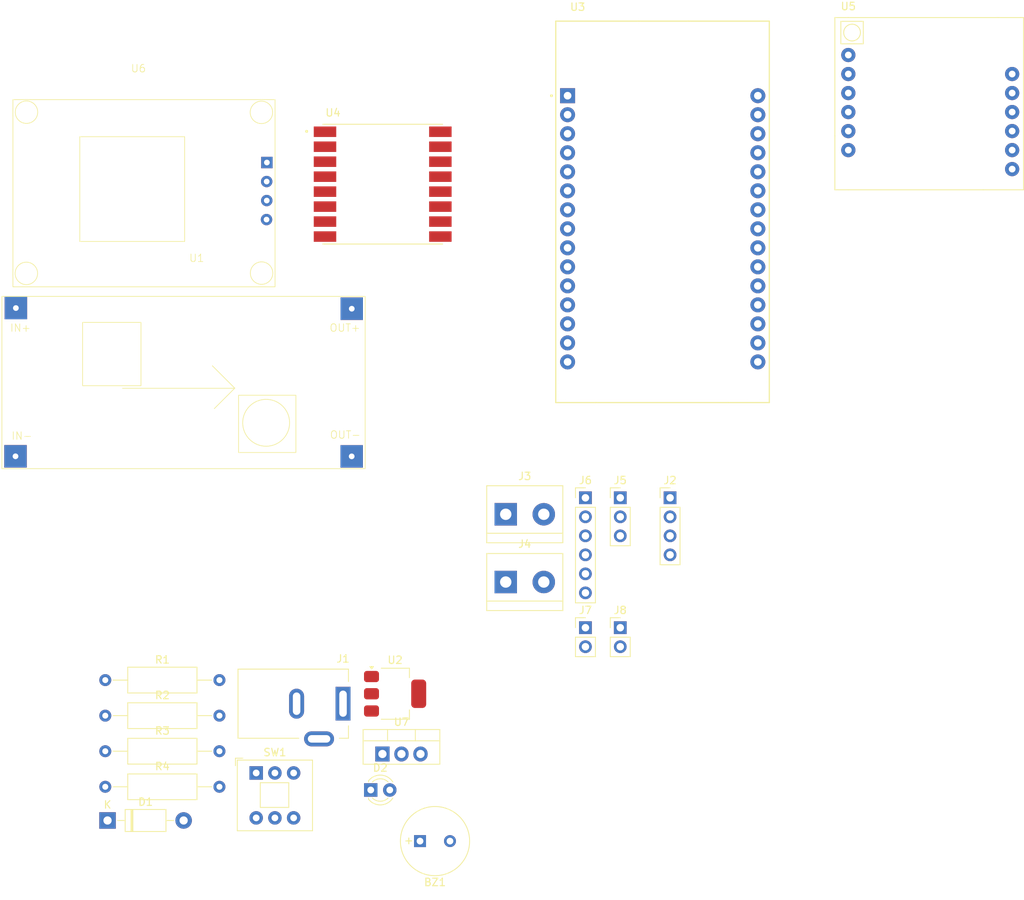
<source format=kicad_pcb>
(kicad_pcb (version 20240108) (generator "pcbnew") (generator_version "8.0")
  (layers (0 "F.Cu" signal) (31 "B.Cu" signal) (34 "B.Paste" user) (35 "F.Paste" user) (36 "B.SilkS" user "B.Silkscreen") (37 "F.SilkS" user "F.Silkscreen") (38 "B.Mask" user) (39 "F.Mask" user) (44 "Edge.Cuts" user))
  (net 0 "")
  (net 1 "GND")
  (net 2 "/GSM-LORA-GPS/BUZZER")
  (net 3 "/power-supply/12V")
  (net 4 "Net-(D1-A)")
  (net 5 "Net-(D2-A)")
  (net 6 "Net-(SW1-A)")
  (net 7 "/Display/SCL")
  (net 8 "/Display/5V")
  (net 9 "/Display/SDA")
  (net 10 "Net-(J3-Pin_1)")
  (net 11 "Net-(J3-Pin_2)")
  (net 12 "Net-(J4-Pin_1)")
  (net 13 "Net-(J4-Pin_2)")
  (net 14 "/motors/6V")
  (net 15 "/motors/5V")
  (net 16 "/motors/IN1")
  (net 17 "/motors/IN3")
  (net 18 "/motors/IN2")
  (net 19 "/motors/ENB")
  (net 20 "/motors/IN4")
  (net 21 "/motors/ENA")
  (net 22 "/power-supply/6V")
  (net 23 "Net-(R2-Pad2)")
  (net 24 "/power-supply/GSM_4V")
  (net 25 "/power-supply/5V")
  (net 26 "/power-supply/3V3")
  (net 27 "/CPU/IN4")
  (net 28 "/CPU/ENA")
  (net 29 "/CPU/IN1")
  (net 30 "/CPU/RST")
  (net 31 "/CPU/IN3")
  (net 32 "/CPU/ENB")
  (net 33 "/CPU/GPS_TX")
  (net 34 "/CPU/GSM_TX")
  (net 35 "/CPU/MISO")
  (net 36 "/CPU/GPS_RX")
  (net 38 "/CPU/3V3")
  (net 42 "/CPU/CS")
  (net 43 "/CPU/DIO0")
  (net 45 "/CPU/MOSI")
  (net 46 "/CPU/SCL")
  (net 48 "/CPU/GSM_RX")
  (net 49 "/CPU/SCK")
  (net 51 "/CPU/IN2")
  (net 53 "/CPU/SDA")
  (net 55 "/GSM-LORA-GPS/3V3")
  (net 56 "/GSM-LORA-GPS/MOSI")
  (net 57 "/GSM-LORA-GPS/DIO0")
  (net 58 "/GSM-LORA-GPS/CS")
  (net 59 "/GSM-LORA-GPS/MISO")
  (net 60 "/GSM-LORA-GPS/SCK")
  (net 61 "/GSM-LORA-GPS/RST")
  (net 70 "/GSM-LORA-GPS/GSM_RX")
  (net 74 "/GSM-LORA-GPS/GSM_4V")
  (net 75 "/GSM-LORA-GPS/GSM_RST")
  (net 76 "/GSM-LORA-GPS/GSM_TX")
  (net 79 "/GSM-LORA-GPS/5V")
  (net 80 "/GSM-LORA-GPS/GPS_RX")
  (net 81 "/GSM-LORA-GPS/GPS_TX")
  (footprint "Connector_PinHeader_2.54mm:PinHeader_1x03_P2.54mm_Vertical" (layer "F.Cu") (at 111.2325 144.395)
    (property "Reference" "J5" (at 0 -2.33 0) (layer "F.SilkS"))
    (property "Value" "DRIVER-POWER")
    (fp_line (start -1.33 -1.33) (end 0 -1.33) (stroke (width 0.12)) (layer "F.SilkS"))
    (fp_line (start -1.33 0) (end -1.33 -1.33) (stroke (width 0.12)) (layer "F.SilkS"))
    (fp_line (start -1.33 1.27) (end -1.33 6.41) (stroke (width 0.12)) (layer "F.SilkS"))
    (fp_line (start -1.33 1.27) (end 1.33 1.27) (stroke (width 0.12)) (layer "F.SilkS"))
    (fp_line (start -1.33 6.41) (end 1.33 6.41) (stroke (width 0.12)) (layer "F.SilkS"))
    (fp_line (start 1.33 1.27) (end 1.33 6.41) (stroke (width 0.12)) (layer "F.SilkS"))
    (pad "1" thru_hole rect (at 0 0) (size 1.7 1.7) (drill 1) (layers "*.Cu" "*.Mask") (net 14 "/motors/6V"))
    (pad "2" thru_hole oval (at 0 2.54) (size 1.7 1.7) (drill 1) (layers "*.Cu" "*.Mask") (net 1 "GND"))
    (pad "3" thru_hole oval (at 0 5.08) (size 1.7 1.7) (drill 1) (layers "*.Cu" "*.Mask") (net 15 "/motors/5V"))
  )
  (footprint "Connector_PinHeader_2.54mm:PinHeader_1x06_P2.54mm_Vertical" (layer "F.Cu") (at 106.5825 144.395)
    (property "Reference" "J6" (at 0 -2.33 0) (layer "F.SilkS"))
    (property "Value" "MOTOR-CONTROL")
    (fp_line (start -1.33 -1.33) (end 0 -1.33) (stroke (width 0.12)) (layer "F.SilkS"))
    (fp_line (start -1.33 0) (end -1.33 -1.33) (stroke (width 0.12)) (layer "F.SilkS"))
    (fp_line (start -1.33 1.27) (end -1.33 14.03) (stroke (width 0.12)) (layer "F.SilkS"))
    (fp_line (start -1.33 1.27) (end 1.33 1.27) (stroke (width 0.12)) (layer "F.SilkS"))
    (fp_line (start -1.33 14.03) (end 1.33 14.03) (stroke (width 0.12)) (layer "F.SilkS"))
    (fp_line (start 1.33 1.27) (end 1.33 14.03) (stroke (width 0.12)) (layer "F.SilkS"))
    (pad "1" thru_hole rect (at 0 0) (size 1.7 1.7) (drill 1) (layers "*.Cu" "*.Mask") (net 21 "/motors/ENA"))
    (pad "2" thru_hole oval (at 0 2.54) (size 1.7 1.7) (drill 1) (layers "*.Cu" "*.Mask") (net 19 "/motors/ENB"))
    (pad "3" thru_hole oval (at 0 5.08) (size 1.7 1.7) (drill 1) (layers "*.Cu" "*.Mask") (net 16 "/motors/IN1"))
    (pad "4" thru_hole oval (at 0 7.62) (size 1.7 1.7) (drill 1) (layers "*.Cu" "*.Mask") (net 18 "/motors/IN2"))
    (pad "5" thru_hole oval (at 0 10.16) (size 1.7 1.7) (drill 1) (layers "*.Cu" "*.Mask") (net 17 "/motors/IN3"))
    (pad "6" thru_hole oval (at 0 12.7) (size 1.7 1.7) (drill 1) (layers "*.Cu" "*.Mask") (net 20 "/motors/IN4"))
  )
  (footprint "RFM95W-915S2:XCVR_RFM95W-915S2" (layer "F.Cu") (at 79.515 102.5)
    (property "Reference" "U4" (at -6.63079 -9.54026 0) (layer "F.SilkS"))
    (property "Value" "~")
    (fp_line (start -8 -8) (end 8 -8) (stroke (width 0.127)) (layer "F.SilkS"))
    (fp_line (start -8 8) (end 8 8) (stroke (width 0.127)) (layer "F.SilkS"))
    (fp_circle (center -10.15 -7.05) (end -10.05 -7.05) (stroke (width 0.2)) (fill none) (layer "F.SilkS"))
    (pad "1" smd rect (at -7.7 -7) (size 3 1.4) (layers "F.Cu" "F.Paste" "F.Mask") (net 1 "GND"))
    (pad "2" smd rect (at -7.7 -5) (size 3 1.4) (layers "F.Cu" "F.Paste" "F.Mask") (net 59 "/GSM-LORA-GPS/MISO"))
    (pad "3" smd rect (at -7.7 -3) (size 3 1.4) (layers "F.Cu" "F.Paste" "F.Mask") (net 56 "/GSM-LORA-GPS/MOSI"))
    (pad "4" smd rect (at -7.7 -1) (size 3 1.4) (layers "F.Cu" "F.Paste" "F.Mask") (net 60 "/GSM-LORA-GPS/SCK"))
    (pad "5" smd rect (at -7.7 1) (size 3 1.4) (layers "F.Cu" "F.Paste" "F.Mask") (net 58 "/GSM-LORA-GPS/CS"))
    (pad "6" smd rect (at -7.7 3) (size 3 1.4) (layers "F.Cu" "F.Paste" "F.Mask") (net 61 "/GSM-LORA-GPS/RST"))
    (pad "7" smd rect (at -7.7 5) (size 3 1.4) (layers "F.Cu" "F.Paste" "F.Mask"))
    (pad "8" smd rect (at -7.7 7) (size 3 1.4) (layers "F.Cu" "F.Paste" "F.Mask") (net 1 "GND"))
    (pad "9" smd rect (at 7.7 7) (size 3 1.4) (layers "F.Cu" "F.Paste" "F.Mask"))
    (pad "10" smd rect (at 7.7 5) (size 3 1.4) (layers "F.Cu" "F.Paste" "F.Mask") (net 1 "GND"))
    (pad "11" smd rect (at 7.7 3) (size 3 1.4) (layers "F.Cu" "F.Paste" "F.Mask"))
    (pad "12" smd rect (at 7.7 1) (size 3 1.4) (layers "F.Cu" "F.Paste" "F.Mask"))
    (pad "13" smd rect (at 7.7 -1) (size 3 1.4) (layers "F.Cu" "F.Paste" "F.Mask") (net 55 "/GSM-LORA-GPS/3V3"))
    (pad "14" smd rect (at 7.7 -3) (size 3 1.4) (layers "F.Cu" "F.Paste" "F.Mask") (net 57 "/GSM-LORA-GPS/DIO0"))
    (pad "15" smd rect (at 7.7 -5) (size 3 1.4) (layers "F.Cu" "F.Paste" "F.Mask"))
    (pad "16" smd rect (at 7.7 -7) (size 3 1.4) (layers "F.Cu" "F.Paste" "F.Mask"))
  )
  (footprint "Connector_PinHeader_2.54mm:PinHeader_1x02_P2.54mm_Vertical" (layer "F.Cu") (at 106.5825 161.745)
    (property "Reference" "J7" (at 0 -2.33 0) (layer "F.SilkS"))
    (property "Value" "MOT_A")
    (fp_line (start -1.33 -1.33) (end 0 -1.33) (stroke (width 0.12)) (layer "F.SilkS"))
    (fp_line (start -1.33 0) (end -1.33 -1.33) (stroke (width 0.12)) (layer "F.SilkS"))
    (fp_line (start -1.33 1.27) (end -1.33 3.87) (stroke (width 0.12)) (layer "F.SilkS"))
    (fp_line (start -1.33 1.27) (end 1.33 1.27) (stroke (width 0.12)) (layer "F.SilkS"))
    (fp_line (start -1.33 3.87) (end 1.33 3.87) (stroke (width 0.12)) (layer "F.SilkS"))
    (fp_line (start 1.33 1.27) (end 1.33 3.87) (stroke (width 0.12)) (layer "F.SilkS"))
    (pad "1" thru_hole rect (at 0 0) (size 1.7 1.7) (drill 1) (layers "*.Cu" "*.Mask") (net 10 "Net-(J3-Pin_1)"))
    (pad "2" thru_hole oval (at 0 2.54) (size 1.7 1.7) (drill 1) (layers "*.Cu" "*.Mask") (net 11 "Net-(J3-Pin_2)"))
  )
  (footprint "Diode_THT:D_DO-41_SOD81_P10.16mm_Horizontal" (layer "F.Cu") (at 42.7825 187.495)
    (property "Reference" "D1" (at 5.08 -2.47 0) (layer "F.SilkS"))
    (property "Value" "1N4001")
    (fp_line (start 1.34 0) (end 2.36 0) (stroke (width 0.12)) (layer "F.SilkS"))
    (fp_line (start 2.36 -1.47) (end 2.36 1.47) (stroke (width 0.12)) (layer "F.SilkS"))
    (fp_line (start 2.36 1.47) (end 7.8 1.47) (stroke (width 0.12)) (layer "F.SilkS"))
    (fp_line (start 3.14 -1.47) (end 3.14 1.47) (stroke (width 0.12)) (layer "F.SilkS"))
    (fp_line (start 3.26 -1.47) (end 3.26 1.47) (stroke (width 0.12)) (layer "F.SilkS"))
    (fp_line (start 3.38 -1.47) (end 3.38 1.47) (stroke (width 0.12)) (layer "F.SilkS"))
    (fp_line (start 7.8 -1.47) (end 2.36 -1.47) (stroke (width 0.12)) (layer "F.SilkS"))
    (fp_line (start 7.8 1.47) (end 7.8 -1.47) (stroke (width 0.12)) (layer "F.SilkS"))
    (fp_line (start 8.82 0) (end 7.8 0) (stroke (width 0.12)) (layer "F.SilkS"))
    (fp_text user "K" (at 0 -2.1 0) (layer "F.SilkS"))
    (pad "1" thru_hole rect (at 0 0) (size 2.2 2.2) (drill 1.1) (layers "*.Cu" "*.Mask") (net 3 "/power-supply/12V"))
    (pad "2" thru_hole oval (at 10.16 0) (size 2.2 2.2) (drill 1.1) (layers "*.Cu" "*.Mask") (net 4 "Net-(D1-A)"))
  )
  (footprint "LED_THT:LED_D3.0mm" (layer "F.Cu") (at 77.9225 183.425)
    (property "Reference" "D2" (at 1.27 -2.96 0) (layer "F.SilkS"))
    (property "Value" "LED")
    (fp_line (start -0.29 -1.236) (end -0.29 -1.08) (stroke (width 0.12)) (layer "F.SilkS"))
    (fp_line (start -0.29 1.08) (end -0.29 1.236) (stroke (width 0.12)) (layer "F.SilkS"))
    (fp_arc (start -0.29 -1.235516) (mid 1.366487 -1.987659) (end 2.942335 -1.078608) (stroke (width 0.12)) (layer "F.SilkS"))
    (fp_arc (start 0.229039 -1.08) (mid 1.270117 -1.5) (end 2.31113 -1.079837) (stroke (width 0.12)) (layer "F.SilkS"))
    (fp_arc (start 2.31113 1.079837) (mid 1.270117 1.5) (end 0.229039 1.08) (stroke (width 0.12)) (layer "F.SilkS"))
    (fp_arc (start 2.942335 1.078608) (mid 1.366487 1.987659) (end -0.29 1.235516) (stroke (width 0.12)) (layer "F.SilkS"))
    (pad "1" thru_hole rect (at 0 0) (size 1.8 1.8) (drill 0.9) (layers "*.Cu" "*.Mask") (net 1 "GND"))
    (pad "2" thru_hole circle (at 2.54 0) (size 1.8 1.8) (drill 0.9) (layers "*.Cu" "*.Mask") (net 5 "Net-(D2-A)"))
  )
  (footprint "Package_TO_SOT_THT:TO-220-3_Vertical" (layer "F.Cu") (at 79.4825 178.615)
    (property "Reference" "U7" (at 2.54 -4.27 0) (layer "F.SilkS"))
    (property "Value" "LM7805_TO220")
    (fp_line (start -2.58 -3.27) (end -2.58 1.371) (stroke (width 0.12)) (layer "F.SilkS"))
    (fp_line (start -2.58 -3.27) (end 7.66 -3.27) (stroke (width 0.12)) (layer "F.SilkS"))
    (fp_line (start -2.58 -1.76) (end 7.66 -1.76) (stroke (width 0.12)) (layer "F.SilkS"))
    (fp_line (start -2.58 1.371) (end 7.66 1.371) (stroke (width 0.12)) (layer "F.SilkS"))
    (fp_line (start 0.69 -3.27) (end 0.69 -1.76) (stroke (width 0.12)) (layer "F.SilkS"))
    (fp_line (start 4.391 -3.27) (end 4.391 -1.76) (stroke (width 0.12)) (layer "F.SilkS"))
    (fp_line (start 7.66 -3.27) (end 7.66 1.371) (stroke (width 0.12)) (layer "F.SilkS"))
    (pad "1" thru_hole rect (at 0 0) (size 1.905 2) (drill 1.1) (layers "*.Cu" "*.Mask") (net 3 "/power-supply/12V"))
    (pad "2" thru_hole oval (at 2.54 0) (size 1.905 2) (drill 1.1) (layers "*.Cu" "*.Mask") (net 1 "GND"))
    (pad "3" thru_hole oval (at 5.08 0) (size 1.905 2) (drill 1.1) (layers "*.Cu" "*.Mask") (net 25 "/power-supply/5V"))
  )
  (footprint "Resistor_THT:R_Axial_DIN0309_L9.0mm_D3.2mm_P15.24mm_Horizontal" (layer "F.Cu") (at 42.4825 168.745)
    (property "Reference" "R1" (at 7.62 -2.72 0) (layer "F.SilkS"))
    (property "Value" "500R")
    (fp_line (start 1.04 0) (end 3 0) (stroke (width 0.12)) (layer "F.SilkS"))
    (fp_line (start 3 -1.72) (end 3 1.72) (stroke (width 0.12)) (layer "F.SilkS"))
    (fp_line (start 3 1.72) (end 12.24 1.72) (stroke (width 0.12)) (layer "F.SilkS"))
    (fp_line (start 12.24 -1.72) (end 3 -1.72) (stroke (width 0.12)) (layer "F.SilkS"))
    (fp_line (start 12.24 1.72) (end 12.24 -1.72) (stroke (width 0.12)) (layer "F.SilkS"))
    (fp_line (start 14.2 0) (end 12.24 0) (stroke (width 0.12)) (layer "F.SilkS"))
    (pad "1" thru_hole circle (at 0 0) (size 1.6 1.6) (drill 0.8) (layers "*.Cu" "*.Mask") (net 3 "/power-supply/12V"))
    (pad "2" thru_hole oval (at 15.24 0) (size 1.6 1.6) (drill 0.8) (layers "*.Cu" "*.Mask") (net 5 "Net-(D2-A)"))
  )
  (footprint "Connector_BarrelJack:BarrelJack_Kycon_KLDX-0202-xC_Horizontal" (layer "F.Cu") (at 74.2225 171.895)
    (property "Reference" "J1" (at 0 -6 0) (layer "F.SilkS"))
    (property "Value" "12V DC")
    (fp_line (start -14.02 -4.62) (end -14.02 4.62) (stroke (width 0.12)) (layer "F.SilkS"))
    (fp_line (start -14.02 4.62) (end -5.9 4.62) (stroke (width 0.12)) (layer "F.SilkS"))
    (fp_line (start -0.5 4.62) (end 0.72 4.62) (stroke (width 0.12)) (layer "F.SilkS"))
    (fp_line (start 0.72 -4.62) (end -14.02 -4.62) (stroke (width 0.12)) (layer "F.SilkS"))
    (fp_line (start 0.72 -2.95) (end 0.72 -4.62) (stroke (width 0.12)) (layer "F.SilkS"))
    (fp_line (start 0.72 4.62) (end 0.72 2.95) (stroke (width 0.12)) (layer "F.SilkS"))
    (pad "1" thru_hole rect (at 0 0) (size 2 4.5) (drill oval 1 3.5) (layers "*.Cu" "*.Mask") (net 6 "Net-(SW1-A)"))
    (pad "2" thru_hole oval (at -6.2 0) (size 2 4) (drill oval 1 3) (layers "*.Cu" "*.Mask") (net 1 "GND"))
    (pad "3" thru_hole oval (at -3.2 4.7 90) (size 2 4) (drill oval 1 3) (layers "*.Cu" "*.Mask"))
  )
  (footprint "Package_TO_SOT_SMD:SOT-223-3_TabPin2" (layer "F.Cu") (at 81.1725 170.57)
    (property "Reference" "U2" (at 0 -4.5 0) (layer "F.SilkS"))
    (property "Value" "AMS1117-3.3")
    (fp_line (start -1.85 -3.41) (end 1.91 -3.41) (stroke (width 0.12)) (layer "F.SilkS"))
    (fp_line (start -1.85 3.41) (end 1.91 3.41) (stroke (width 0.12)) (layer "F.SilkS"))
    (fp_line (start 1.91 -3.41) (end 1.91 -2.15) (stroke (width 0.12)) (layer "F.SilkS"))
    (fp_line (start 1.91 3.41) (end 1.91 2.15) (stroke (width 0.12)) (layer "F.SilkS"))
    (fp_poly (pts (xy -3.13 -3.31) (xy -3.37 -3.64) (xy -2.89 -3.64) (xy -3.13 -3.31)) (stroke (width 0.12)) (fill solid) (layer "F.SilkS"))
    (pad "1" smd roundrect (at -3.15 -2.3) (size 2 1.5) (layers "F.Cu" "F.Paste" "F.Mask") (net 1 "GND"))
    (pad "2" smd roundrect (at -3.15 0) (size 2 1.5) (layers "F.Cu" "F.Paste" "F.Mask") (net 26 "/power-supply/3V3"))
    (pad "2" smd roundrect (at 3.15 0) (size 2 3.8) (layers "F.Cu" "F.Paste" "F.Mask") (net 26 "/power-supply/3V3"))
    (pad "3" smd roundrect (at -3.15 2.3) (size 2 1.5) (layers "F.Cu" "F.Paste" "F.Mask") (net 25 "/power-supply/5V"))
  )
  (footprint "Buzzer_Beeper:MagneticBuzzer_PUI_AT-0927-TT-6-R" (layer "F.Cu") (at 84.5 190.25)
    (property "Reference" "BZ1" (at 2 5.5 0) (layer "F.SilkS"))
    (property "Value" "Buzzer")
    (fp_circle (center 2 0) (end 6.62 0) (stroke (width 0.12)) (fill none) (layer "F.SilkS"))
    (fp_text user "+" (at -1.5 -0.1 0) (layer "F.SilkS"))
    (pad "1" thru_hole rect (at 0 0) (size 1.6 1.6) (drill 0.9) (layers "*.Cu" "*.Mask") (net 2 "/GSM-LORA-GPS/BUZZER"))
    (pad "2" thru_hole circle (at 4 0) (size 1.6 1.6) (drill 0.9) (layers "*.Cu" "*.Mask") (net 1 "GND"))
  )
  (footprint "TerminalBlock:TerminalBlock_bornier-2_P5.08mm" (layer "F.Cu") (at 95.9425 155.645)
    (property "Reference" "J4" (at 2.54 -5.08 0) (layer "F.SilkS"))
    (property "Value" "MOTORB")
    (fp_line (start -2.54 -3.81) (end -2.54 3.81) (stroke (width 0.12)) (layer "F.SilkS"))
    (fp_line (start -2.54 3.81) (end 7.62 3.81) (stroke (width 0.12)) (layer "F.SilkS"))
    (fp_line (start 7.62 -3.81) (end -2.54 -3.81) (stroke (width 0.12)) (layer "F.SilkS"))
    (fp_line (start 7.62 2.54) (end -2.54 2.54) (stroke (width 0.12)) (layer "F.SilkS"))
    (fp_line (start 7.62 3.81) (end 7.62 -3.81) (stroke (width 0.12)) (layer "F.SilkS"))
    (pad "1" thru_hole rect (at 0 0) (size 3 3) (drill 1.52) (layers "*.Cu" "*.Mask") (net 12 "Net-(J4-Pin_1)"))
    (pad "2" thru_hole circle (at 5.08 0) (size 3 3) (drill 1.52) (layers "*.Cu" "*.Mask") (net 13 "Net-(J4-Pin_2)"))
  )
  (footprint "my-modules:LM2596-BUCK-CONVERTER" (layer "F.Cu") (at 28.6775 117.5)
    (property "Reference" "U1" (at 26.01 -5.12 0) (layer "F.SilkS") (effects (font (thickness 0.1))))
    (property "Value" "~")
    (fp_line (start 16.1 12.265) (end 30.955 12.265) (stroke (width 0.1)) (layer "F.SilkS"))
    (fp_line (start 28.1 9.26) (end 31.09 12.25) (stroke (width 0.1)) (layer "F.SilkS"))
    (fp_line (start 31.09 12.25) (end 28.36 14.98) (stroke (width 0.1)) (layer "F.SilkS"))
    (fp_rect (start 0 0) (end 48.5 23) (stroke (width 0.1)) (fill none) (layer "F.SilkS"))
    (fp_rect (start 10.78 3.47) (end 18.57 11.92) (stroke (width 0.1)) (fill none) (layer "F.SilkS"))
    (fp_rect (start 31.6 13.195) (end 39.25 20.845) (stroke (width 0.1)) (fill none) (layer "F.SilkS"))
    (fp_circle (center 35.28 16.875) (end 37.23 19.325) (stroke (width 0.1)) (fill none) (layer "F.SilkS"))
    (fp_text user "IN+" (at 1.03 4.79 0) (layer "F.SilkS") (effects (font (thickness 0.1)) (justify left bottom)))
    (fp_text user "OUT+" (at 43.69 4.78 0) (layer "F.SilkS") (effects (font (thickness 0.1)) (justify left bottom)))
    (fp_text user "OUT-" (at 43.74 19.07 0) (layer "F.SilkS") (effects (font (thickness 0.1)) (justify left bottom)))
    (fp_text user "IN-" (at 1.22 19.21 0) (layer "F.SilkS") (effects (font (thickness 0.1)) (justify left bottom)))
    (pad "1" thru_hole rect (at 1.87 1.55) (size 3 3) (drill 0.762) (layers "*.Cu" "*.Mask") (net 3 "/power-supply/12V"))
    (pad "2" thru_hole rect (at 1.82 21.35) (size 3 3) (drill 0.762) (layers "*.Cu" "*.Mask") (net 1 "GND"))
    (pad "3" thru_hole rect (at 46.7 21.36) (size 3 3) (drill 0.762) (layers "*.Cu" "*.Mask") (net 1 "GND"))
    (pad "4" thru_hole rect (at 46.71 1.64) (size 3 3) (drill 0.762) (layers "*.Cu" "*.Mask") (net 22 "/power-supply/6V"))
  )
  (footprint "Connector_PinHeader_2.54mm:PinHeader_1x02_P2.54mm_Vertical" (layer "F.Cu") (at 111.2325 161.745)
    (property "Reference" "J8" (at 0 -2.33 0) (layer "F.SilkS"))
    (property "Value" "MOT_A")
    (fp_line (start -1.33 -1.33) (end 0 -1.33) (stroke (width 0.12)) (layer "F.SilkS"))
    (fp_line (start -1.33 0) (end -1.33 -1.33) (stroke (width 0.12)) (layer "F.SilkS"))
    (fp_line (start -1.33 1.27) (end -1.33 3.87) (stroke (width 0.12)) (layer "F.SilkS"))
    (fp_line (start -1.33 1.27) (end 1.33 1.27) (stroke (width 0.12)) (layer "F.SilkS"))
    (fp_line (start -1.33 3.87) (end 1.33 3.87) (stroke (width 0.12)) (layer "F.SilkS"))
    (fp_line (start 1.33 1.27) (end 1.33 3.87) (stroke (width 0.12)) (layer "F.SilkS"))
    (pad "1" thru_hole rect (at 0 0) (size 1.7 1.7) (drill 1) (layers "*.Cu" "*.Mask") (net 12 "Net-(J4-Pin_1)"))
    (pad "2" thru_hole oval (at 0 2.54) (size 1.7 1.7) (drill 1) (layers "*.Cu" "*.Mask") (net 13 "Net-(J4-Pin_2)"))
  )
  (footprint "Connector_PinHeader_2.54mm:PinHeader_1x04_P2.54mm_Vertical" (layer "F.Cu") (at 117.8825 144.395)
    (property "Reference" "J2" (at 0 -2.33 0) (layer "F.SilkS"))
    (property "Value" "I2C_LCD_SCREEN")
    (fp_line (start -1.33 -1.33) (end 0 -1.33) (stroke (width 0.12)) (layer "F.SilkS"))
    (fp_line (start -1.33 0) (end -1.33 -1.33) (stroke (width 0.12)) (layer "F.SilkS"))
    (fp_line (start -1.33 1.27) (end -1.33 8.95) (stroke (width 0.12)) (layer "F.SilkS"))
    (fp_line (start -1.33 1.27) (end 1.33 1.27) (stroke (width 0.12)) (layer "F.SilkS"))
    (fp_line (start -1.33 8.95) (end 1.33 8.95) (stroke (width 0.12)) (layer "F.SilkS"))
    (fp_line (start 1.33 1.27) (end 1.33 8.95) (stroke (width 0.12)) (layer "F.SilkS"))
    (pad "1" thru_hole rect (at 0 0) (size 1.7 1.7) (drill 1) (layers "*.Cu" "*.Mask") (net 1 "GND"))
    (pad "2" thru_hole oval (at 0 2.54) (size 1.7 1.7) (drill 1) (layers "*.Cu" "*.Mask") (net 7 "/Display/SCL"))
    (pad "3" thru_hole oval (at 0 5.08) (size 1.7 1.7) (drill 1) (layers "*.Cu" "*.Mask") (net 9 "/Display/SDA"))
    (pad "4" thru_hole oval (at 0 7.62) (size 1.7 1.7) (drill 1) (layers "*.Cu" "*.Mask") (net 8 "/Display/5V"))
  )
  (footprint "Button_Switch_THT:SW_Push_2P2T_Toggle_CK_PVA2OAH5xxxxxxV2" (layer "F.Cu") (at 62.6275 181.15)
    (property "Reference" "SW1" (at 2.5 -2.75 0) (layer "F.SilkS"))
    (property "Value" "ON/OFF")
    (fp_line (start -2.77 -0.97) (end -2.77 -1.97) (stroke (width 0.12)) (layer "F.SilkS"))
    (fp_line (start -2.52 7.72) (end -2.52 -1.72) (stroke (width 0.12)) (layer "F.SilkS"))
    (fp_line (start -1.77 -1.97) (end -2.77 -1.97) (stroke (width 0.12)) (layer "F.SilkS"))
    (fp_line (start 0.55 1.3) (end 0.55 4.6) (stroke (width 0.12)) (layer "F.SilkS"))
    (fp_line (start 4.35 1.3) (end 0.55 1.3) (stroke (width 0.12)) (layer "F.SilkS"))
    (fp_line (start 4.35 1.3) (end 4.35 4.6) (stroke (width 0.12)) (layer "F.SilkS"))
    (fp_line (start 4.35 4.6) (end 0.55 4.6) (stroke (width 0.12)) (layer "F.SilkS"))
    (fp_line (start 7.52 -1.72) (end -2.52 -1.72) (stroke (width 0.12)) (layer "F.SilkS"))
    (fp_line (start 7.52 7.72) (end -2.52 7.72) (stroke (width 0.12)) (layer "F.SilkS"))
    (fp_line (start 7.52 7.72) (end 7.52 -1.72) (stroke (width 0.12)) (layer "F.SilkS"))
    (pad "1" thru_hole rect (at 0 0) (size 1.8 1.8) (drill 0.9) (layers "*.Cu" "*.Mask") (net 6 "Net-(SW1-A)"))
    (pad "2" thru_hole circle (at 2.5 0) (size 1.8 1.8) (drill 0.9) (layers "*.Cu" "*.Mask") (net 4 "Net-(D1-A)"))
    (pad "3" thru_hole circle (at 5 0) (size 1.8 1.8) (drill 0.9) (layers "*.Cu" "*.Mask"))
    (pad "4" thru_hole circle (at 0 6) (size 1.8 1.8) (drill 0.9) (layers "*.Cu" "*.Mask"))
    (pad "5" thru_hole circle (at 2.5 6) (size 1.8 1.8) (drill 0.9) (layers "*.Cu" "*.Mask"))
    (pad "6" thru_hole circle (at 5 6) (size 1.8 1.8) (drill 0.9) (layers "*.Cu" "*.Mask"))
  )
  (footprint "ESP32-DEVKIT-V1:MODULE_ESP32_DEVKIT_V1" (layer "F.Cu") (at 116.9 106.2)
    (property "Reference" "U3" (at -11.355 -27.36 0) (layer "F.SilkS"))
    (property "Value" "ESP32-DEVKIT-V1")
    (fp_line (start -14.28 -25.475) (end -3.211 -25.475) (stroke (width 0.127)) (layer "F.SilkS"))
    (fp_line (start -14.28 -25.475) (end 14.23 -25.475) (stroke (width 0.127)) (layer "F.SilkS"))
    (fp_line (start -14.28 25.475) (end -14.28 -25.475) (stroke (width 0.127)) (layer "F.SilkS"))
    (fp_line (start -14.28 25.475) (end -14.28 -25.475) (stroke (width 0.127)) (layer "F.SilkS"))
    (fp_line (start -14.28 25.475) (end -8.91 25.475) (stroke (width 0.127)) (layer "F.SilkS"))
    (fp_line (start -8.91 25.475) (end 8.78 25.475) (stroke (width 0.127)) (layer "F.SilkS"))
    (fp_line (start -3.211 -25.475) (end 3.5 -25.475) (stroke (width 0.127)) (layer "F.SilkS"))
    (fp_line (start 3.5 -25.475) (end 14.23 -25.475) (stroke (width 0.127)) (layer "F.SilkS"))
    (fp_line (start 8.78 25.475) (end 14.23 25.475) (stroke (width 0.127)) (layer "F.SilkS"))
    (fp_line (start 14.23 -25.475) (end 14.23 25.475) (stroke (width 0.127)) (layer "F.SilkS"))
    (fp_line (start 14.23 -25.475) (end 14.23 25.475) (stroke (width 0.127)) (layer "F.SilkS"))
    (fp_line (start 14.23 25.475) (end -14.28 25.475) (stroke (width 0.127)) (layer "F.SilkS"))
    (fp_circle (center -14.85 -15.515) (end -14.75 -15.515) (stroke (width 0.2)) (fill none) (layer "F.SilkS"))
    (pad "" np_thru_hole circle (at -12.28 -23.475) (size 3 3) (drill 3) (layers "*.Cu" "*.Mask"))
    (pad "" np_thru_hole circle (at -12.28 23.475) (size 3 3) (drill 3) (layers "*.Cu" "*.Mask"))
    (pad "" np_thru_hole circle (at 12.23 -23.475) (size 3 3) (drill 3) (layers "*.Cu" "*.Mask"))
    (pad "" np_thru_hole circle (at 12.23 23.475) (size 3 3) (drill 3) (layers "*.Cu" "*.Mask"))
    (pad "1" thru_hole rect (at -12.7 -15.515) (size 2 2) (drill 1.02) (layers "*.Cu" "*.Mask") (net 38 "/CPU/3V3"))
    (pad "2" thru_hole circle (at -12.7 -12.975) (size 2 2) (drill 1.02) (layers "*.Cu" "*.Mask") (net 1 "GND"))
    (pad "3" thru_hole circle (at -12.7 -10.435) (size 2 2) (drill 1.02) (layers "*.Cu" "*.Mask") (net 42 "/CPU/CS"))
    (pad "4" thru_hole circle (at -12.7 -7.895) (size 2 2) (drill 1.02) (layers "*.Cu" "*.Mask"))
    (pad "5" thru_hole circle (at -12.7 -5.355) (size 2 2) (drill 1.02) (layers "*.Cu" "*.Mask") (net 31 "/CPU/IN3"))
    (pad "6" thru_hole circle (at -12.7 -2.815) (size 2 2) (drill 1.02) (layers "*.Cu" "*.Mask") (net 34 "/CPU/GSM_TX"))
    (pad "7" thru_hole circle (at -12.7 -0.275) (size 2 2) (drill 1.02) (layers "*.Cu" "*.Mask") (net 48 "/CPU/GSM_RX"))
    (pad "8" thru_hole circle (at -12.7 2.265) (size 2 2) (drill 1.02) (layers "*.Cu" "*.Mask") (net 51 "/CPU/IN2"))
    (pad "9" thru_hole circle (at -12.7 4.805) (size 2 2) (drill 1.02) (layers "*.Cu" "*.Mask") (net 49 "/CPU/SCK"))
    (pad "10" thru_hole circle (at -12.7 7.345) (size 2 2) (drill 1.02) (layers "*.Cu" "*.Mask") (net 35 "/CPU/MISO"))
    (pad "11" thru_hole circle (at -12.7 9.885) (size 2 2) (drill 1.02) (layers "*.Cu" "*.Mask") (net 53 "/CPU/SDA"))
    (pad "12" thru_hole circle (at -12.7 12.425) (size 2 2) (drill 1.02) (layers "*.Cu" "*.Mask"))
    (pad "13" thru_hole circle (at -12.7 14.965) (size 2 2) (drill 1.02) (layers "*.Cu" "*.Mask"))
    (pad "14" thru_hole circle (at -12.7 17.505) (size 2 2) (drill 1.02) (layers "*.Cu" "*.Mask") (net 46 "/CPU/SCL"))
    (pad "15" thru_hole circle (at -12.7 20.045) (size 2 2) (drill 1.02) (layers "*.Cu" "*.Mask") (net 45 "/CPU/MOSI"))
    (pad "16" thru_hole circle (at 12.7 20.045) (size 2 2) (drill 1.02) (layers "*.Cu" "*.Mask"))
    (pad "17" thru_hole circle (at 12.7 17.505) (size 2 2) (drill 1.02) (layers "*.Cu" "*.Mask"))
    (pad "18" thru_hole circle (at 12.7 14.965) (size 2 2) (drill 1.02) (layers "*.Cu" "*.Mask"))
    (pad "19" thru_hole circle (at 12.7 12.425) (size 2 2) (drill 1.02) (layers "*.Cu" "*.Mask"))
    (pad "20" thru_hole circle (at 12.7 9.885) (size 2 2) (drill 1.02) (layers "*.Cu" "*.Mask"))
    (pad "21" thru_hole circle (at 12.7 7.345) (size 2 2) (drill 1.02) (layers "*.Cu" "*.Mask") (net 43 "/CPU/DIO0"))
    (pad "22" thru_hole circle (at 12.7 4.805) (size 2 2) (drill 1.02) (layers "*.Cu" "*.Mask") (net 27 "/CPU/IN4"))
    (pad "23" thru_hole circle (at 12.7 2.265) (size 2 2) (drill 1.02) (layers "*.Cu" "*.Mask") (net 36 "/CPU/GPS_RX"))
    (pad "24" thru_hole circle (at 12.7 -0.275) (size 2 2) (drill 1.02) (layers "*.Cu" "*.Mask") (net 33 "/CPU/GPS_TX"))
    (pad "25" thru_hole circle (at 12.7 -2.815) (size 2 2) (drill 1.02) (layers "*.Cu" "*.Mask") (net 30 "/CPU/RST"))
    (pad "26" thru_hole circle (at 12.7 -5.355) (size 2 2) (drill 1.02) (layers "*.Cu" "*.Mask") (net 28 "/CPU/ENA"))
    (pad "27" thru_hole circle (at 12.7 -7.895) (size 2 2) (drill 1.02) (layers "*.Cu" "*.Mask") (net 29 "/CPU/IN1"))
    (pad "28" thru_hole circle (at 12.7 -10.435) (size 2 2) (drill 1.02) (layers "*.Cu" "*.Mask") (net 32 "/CPU/ENB"))
    (pad "29" thru_hole circle (at 12.7 -12.975) (size 2 2) (drill 1.02) (layers "*.Cu" "*.Mask") (net 1 "GND"))
    (pad "30" thru_hole circle (at 12.7 -15.515) (size 2 2) (drill 1.02) (layers "*.Cu" "*.Mask"))
  )
  (footprint "TerminalBlock:TerminalBlock_bornier-2_P5.08mm" (layer "F.Cu") (at 95.9425 146.595)
    (property "Reference" "J3" (at 2.54 -5.08 0) (layer "F.SilkS"))
    (property "Value" "MOTORA")
    (fp_line (start -2.54 -3.81) (end -2.54 3.81) (stroke (width 0.12)) (layer "F.SilkS"))
    (fp_line (start -2.54 3.81) (end 7.62 3.81) (stroke (width 0.12)) (layer "F.SilkS"))
    (fp_line (start 7.62 -3.81) (end -2.54 -3.81) (stroke (width 0.12)) (layer "F.SilkS"))
    (fp_line (start 7.62 2.54) (end -2.54 2.54) (stroke (width 0.12)) (layer "F.SilkS"))
    (fp_line (start 7.62 3.81) (end 7.62 -3.81) (stroke (width 0.12)) (layer "F.SilkS"))
    (pad "1" thru_hole rect (at 0 0) (size 3 3) (drill 1.52) (layers "*.Cu" "*.Mask") (net 10 "Net-(J3-Pin_1)"))
    (pad "2" thru_hole circle (at 5.08 0) (size 3 3) (drill 1.52) (layers "*.Cu" "*.Mask") (net 11 "Net-(J3-Pin_2)"))
  )
  (footprint "my-modules:NEO-6M-GPS-MODULE" (layer "F.Cu") (at 30.1475 91.21)
    (property "Reference" "U6" (at 16.76 -4.16 0) (layer "F.SilkS") (effects (font (thickness 0.1))))
    (property "Value" "~")
    (fp_rect (start 0 0) (end 35 25) (stroke (width 0.1)) (fill none) (layer "F.SilkS"))
    (fp_rect (start 8.93 4.95) (end 22.93 18.95) (stroke (width 0.1)) (fill none) (layer "F.SilkS"))
    (fp_circle (center 1.8 23.21) (end 3.3 23.21) (stroke (width 0.1)) (fill none) (layer "F.SilkS"))
    (fp_circle (center 1.815646 1.675646) (end 3.315646 1.675646) (stroke (width 0.1)) (fill none) (layer "F.SilkS"))
    (fp_circle (center 33.18 1.7) (end 34.68 1.7) (stroke (width 0.1)) (fill none) (layer "F.SilkS"))
    (fp_circle (center 33.2 23.17) (end 34.7 23.17) (stroke (width 0.1)) (fill none) (layer "F.SilkS"))
    (pad "1" thru_hole rect (at 33.91 8.4) (size 1.524 1.524) (drill 0.762) (layers "*.Cu" "*.Mask") (net 79 "/GSM-LORA-GPS/5V"))
    (pad "2" thru_hole circle (at 33.88 10.94) (size 1.524 1.524) (drill 0.762) (layers "*.Cu" "*.Mask") (net 80 "/GSM-LORA-GPS/GPS_RX"))
    (pad "3" thru_hole circle (at 33.89 13.48) (size 1.524 1.524) (drill 0.762) (layers "*.Cu" "*.Mask") (net 81 "/GSM-LORA-GPS/GPS_TX"))
    (pad "4" thru_hole circle (at 33.86 16.02) (size 1.524 1.524) (drill 0.762) (layers "*.Cu" "*.Mask") (net 1 "GND"))
  )
  (footprint "Resistor_THT:R_Axial_DIN0309_L9.0mm_D3.2mm_P15.24mm_Horizontal" (layer "F.Cu") (at 42.4825 178.245)
    (property "Reference" "R3" (at 7.62 -2.72 0) (layer "F.SilkS"))
    (property "Value" "5k")
    (fp_line (start 1.04 0) (end 3 0) (stroke (width 0.12)) (layer "F.SilkS"))
    (fp_line (start 3 -1.72) (end 3 1.72) (stroke (width 0.12)) (layer "F.SilkS"))
    (fp_line (start 3 1.72) (end 12.24 1.72) (stroke (width 0.12)) (layer "F.SilkS"))
    (fp_line (start 12.24 -1.72) (end 3 -1.72) (stroke (width 0.12)) (layer "F.SilkS"))
    (fp_line (start 12.24 1.72) (end 12.24 -1.72) (stroke (width 0.12)) (layer "F.SilkS"))
    (fp_line (start 14.2 0) (end 12.24 0) (stroke (width 0.12)) (layer "F.SilkS"))
    (pad "1" thru_hole circle (at 0 0) (size 1.6 1.6) (drill 0.8) (layers "*.Cu" "*.Mask") (net 23 "Net-(R2-Pad2)"))
    (pad "2" thru_hole oval (at 15.24 0) (size 1.6 1.6) (drill 0.8) (layers "*.Cu" "*.Mask") (net 24 "/power-supply/GSM_4V"))
  )
  (footprint "Resistor_THT:R_Axial_DIN0309_L9.0mm_D3.2mm_P15.24mm_Horizontal" (layer "F.Cu") (at 42.4825 173.495)
    (property "Reference" "R2" (at 7.62 -2.72 0) (layer "F.SilkS"))
    (property "Value" "200R")
    (fp_line (start 1.04 0) (end 3 0) (stroke (width 0.12)) (layer "F.SilkS"))
    (fp_line (start 3 -1.72) (end 3 1.72) (stroke (width 0.12)) (layer "F.SilkS"))
    (fp_line (start 3 1.72) (end 12.24 1.72) (stroke (width 0.12)) (layer "F.SilkS"))
    (fp_line (start 12.24 -1.72) (end 3 -1.72) (stroke (width 0.12)) (layer "F.SilkS"))
    (fp_line (start 12.24 1.72) (end 12.24 -1.72) (stroke (width 0.12)) (layer "F.SilkS"))
    (fp_line (start 14.2 0) (end 12.24 0) (stroke (width 0.12)) (layer "F.SilkS"))
    (pad "1" thru_hole circle (at 0 0) (size 1.6 1.6) (drill 0.8) (layers "*.Cu" "*.Mask") (net 22 "/power-supply/6V"))
    (pad "2" thru_hole oval (at 15.24 0) (size 1.6 1.6) (drill 0.8) (layers "*.Cu" "*.Mask") (net 23 "Net-(R2-Pad2)"))
  )
  (footprint "Resistor_THT:R_Axial_DIN0309_L9.0mm_D3.2mm_P15.24mm_Horizontal" (layer "F.Cu") (at 42.4825 182.995)
    (property "Reference" "R4" (at 7.62 -2.72 0) (layer "F.SilkS"))
    (property "Value" "10k")
    (fp_line (start 1.04 0) (end 3 0) (stroke (width 0.12)) (layer "F.SilkS"))
    (fp_line (start 3 -1.72) (end 3 1.72) (stroke (width 0.12)) (layer "F.SilkS"))
    (fp_line (start 3 1.72) (end 12.24 1.72) (stroke (width 0.12)) (layer "F.SilkS"))
    (fp_line (start 12.24 -1.72) (end 3 -1.72) (stroke (width 0.12)) (layer "F.SilkS"))
    (fp_line (start 12.24 1.72) (end 12.24 -1.72) (stroke (width 0.12)) (layer "F.SilkS"))
    (fp_line (start 14.2 0) (end 12.24 0) (stroke (width 0.12)) (layer "F.SilkS"))
    (pad "1" thru_hole circle (at 0 0) (size 1.6 1.6) (drill 0.8) (layers "*.Cu" "*.Mask") (net 24 "/power-supply/GSM_4V"))
    (pad "2" thru_hole oval (at 15.24 0) (size 1.6 1.6) (drill 0.8) (layers "*.Cu" "*.Mask") (net 1 "GND"))
  )
  (footprint "SIM800L-MODULE:SIM800L-CORE" (layer "F.Cu") (at 141.6775 85.25)
    (property "Reference" "U5" (at 0 -6.5 0) (layer "F.SilkS"))
    (property "Value" "SIM800L-CORE")
    (fp_line (start -1.8 10.8) (end -1.8 -5) (stroke (width 0.12)) (layer "F.SilkS"))
    (fp_line (start -1.8 10.8) (end -1.8 18) (stroke (width 0.12)) (layer "F.SilkS"))
    (fp_line (start -1.8 18) (end 0 18) (stroke (width 0.12)) (layer "F.SilkS"))
    (fp_line (start 0 -5) (end -1.8 -5) (stroke (width 0.12)) (layer "F.SilkS"))
    (fp_line (start 0 -5) (end 20 -5) (stroke (width 0.12)) (layer "F.SilkS"))
    (fp_line (start 0 18) (end 18 18) (stroke (width 0.12)) (layer "F.SilkS"))
    (fp_line (start 18 18) (end 23.4 18) (stroke (width 0.12)) (layer "F.SilkS"))
    (fp_line (start 20 -5) (end 23 -5) (stroke (width 0.12)) (layer "F.SilkS"))
    (fp_line (start 23.4 -5) (end 23 -5) (stroke (width 0.12)) (layer "F.SilkS"))
    (fp_line (start 23.4 18) (end 23.4 -5) (stroke (width 0.12)) (layer "F.SilkS"))
    (fp_rect (start -1 -4.5) (end 2 -1.5) (stroke (width 0.12)) (fill none) (layer "F.SilkS"))
    (fp_circle (center 0.5 -3) (end 1.5 -2.5) (stroke (width 0.12)) (fill none) (layer "F.SilkS"))
    (pad "1" thru_hole circle (at 0 0) (size 1.9 1.9) (drill 0.9) (layers "*.Cu" "*.Mask"))
    (pad "2" thru_hole circle (at 0 2.54) (size 1.9 1.9) (drill 0.9) (layers "*.Cu" "*.Mask") (net 74 "/GSM-LORA-GPS/GSM_4V"))
    (pad "3" thru_hole circle (at 0 5.08) (size 1.9 1.9) (drill 0.9) (layers "*.Cu" "*.Mask") (net 75 "/GSM-LORA-GPS/GSM_RST"))
    (pad "4" thru_hole circle (at 0 7.62) (size 1.9 1.9) (drill 0.9) (layers "*.Cu" "*.Mask") (net 70 "/GSM-LORA-GPS/GSM_RX"))
    (pad "5" thru_hole circle (at 0 10.16) (size 1.9 1.9) (drill 0.9) (layers "*.Cu" "*.Mask") (net 76 "/GSM-LORA-GPS/GSM_TX"))
    (pad "6" thru_hole circle (at 0 12.7) (size 1.9 1.9) (drill 0.9) (layers "*.Cu" "*.Mask") (net 1 "GND"))
    (pad "7" thru_hole circle (at 21.87 15.24) (size 1.9 1.9) (drill 0.9) (layers "*.Cu" "*.Mask"))
    (pad "8" thru_hole circle (at 21.87 12.7) (size 1.9 1.9) (drill 0.9) (layers "*.Cu" "*.Mask"))
    (pad "9" thru_hole circle (at 21.87 10.16) (size 1.9 1.9) (drill 0.9) (layers "*.Cu" "*.Mask"))
    (pad "10" thru_hole circle (at 21.87 7.62) (size 1.9 1.9) (drill 0.9) (layers "*.Cu" "*.Mask"))
    (pad "11" thru_hole circle (at 21.87 5.08) (size 1.9 1.9) (drill 0.9) (layers "*.Cu" "*.Mask"))
    (pad "12" thru_hole circle (at 21.87 2.54) (size 1.9 1.9) (drill 0.9) (layers "*.Cu" "*.Mask"))
  )
)
</source>
